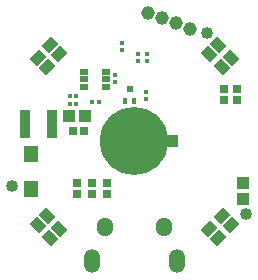
<source format=gbs>
G04 Layer_Color=16711935*
%FSLAX25Y25*%
%MOIN*%
G70*
G01*
G75*
%ADD105R,0.01772X0.01575*%
%ADD111R,0.01654X0.01654*%
%ADD118R,0.01575X0.01772*%
%ADD119R,0.02762X0.02920*%
%ADD120R,0.02920X0.02762*%
%ADD121R,0.01654X0.01654*%
%ADD124O,0.05321X0.06306*%
%ADD125O,0.05223X0.07880*%
%ADD126C,0.03998*%
%ADD127C,0.03600*%
%ADD128C,0.04567*%
%ADD129R,0.01817X0.02369*%
%ADD130R,0.01975X0.02369*%
%ADD131R,0.05124X0.05321*%
%ADD132R,0.02998X0.01975*%
%ADD133R,0.03747X0.09455*%
%ADD134C,0.22700*%
%ADD135R,0.04400X0.04400*%
%ADD136R,0.04337X0.03943*%
G04:AMPARAMS|DCode=137|XSize=43.37mil|YSize=35.5mil|CornerRadius=0mil|HoleSize=0mil|Usage=FLASHONLY|Rotation=45.000|XOffset=0mil|YOffset=0mil|HoleType=Round|Shape=Rectangle|*
%AMROTATEDRECTD137*
4,1,4,-0.00278,-0.02788,-0.02788,-0.00278,0.00278,0.02788,0.02788,0.00278,-0.00278,-0.02788,0.0*
%
%ADD137ROTATEDRECTD137*%

G04:AMPARAMS|DCode=138|XSize=43.37mil|YSize=35.5mil|CornerRadius=0mil|HoleSize=0mil|Usage=FLASHONLY|Rotation=135.000|XOffset=0mil|YOffset=0mil|HoleType=Round|Shape=Rectangle|*
%AMROTATEDRECTD138*
4,1,4,0.02788,-0.00278,0.00278,-0.02788,-0.02788,0.00278,-0.00278,0.02788,0.02788,-0.00278,0.0*
%
%ADD138ROTATEDRECTD138*%

%ADD139R,0.03943X0.04337*%
D105*
X3800Y14119D02*
D03*
Y16481D02*
D03*
X-6400Y22081D02*
D03*
Y19719D02*
D03*
X1100Y29300D02*
D03*
Y26938D02*
D03*
X4400Y29281D02*
D03*
Y26919D02*
D03*
D111*
X-3999Y30622D02*
D03*
Y32827D02*
D03*
D118*
X-14081Y13100D02*
D03*
X-11719D02*
D03*
D119*
X-16789Y3600D02*
D03*
X-20411D02*
D03*
D120*
X29800Y13889D02*
D03*
Y17511D02*
D03*
X-9200Y-17611D02*
D03*
Y-13989D02*
D03*
X-14000Y-17611D02*
D03*
Y-13989D02*
D03*
X-19200Y-17511D02*
D03*
Y-13889D02*
D03*
X34300Y13889D02*
D03*
Y17511D02*
D03*
D121*
X-19300Y15300D02*
D03*
X-21505D02*
D03*
X-19298Y12400D02*
D03*
X-21502D02*
D03*
D124*
X-9843Y-28583D02*
D03*
X9843Y-28386D02*
D03*
D125*
X-14173Y-40000D02*
D03*
X14173Y-39998D02*
D03*
D126*
X37200Y-24200D02*
D03*
X24100Y36300D02*
D03*
X-40700Y-14700D02*
D03*
D127*
X0Y-2500D02*
D03*
D128*
X4617Y42765D02*
D03*
X9315Y41055D02*
D03*
X14014Y39345D02*
D03*
X18712Y37635D02*
D03*
D129*
X75Y13532D02*
D03*
X-3075D02*
D03*
D130*
X-1500Y17469D02*
D03*
D131*
X-34500Y-15709D02*
D03*
Y-4291D02*
D03*
D132*
X-16642Y18141D02*
D03*
Y20700D02*
D03*
Y23259D02*
D03*
X-9358D02*
D03*
Y20700D02*
D03*
Y18141D02*
D03*
D133*
X-27272Y5800D02*
D03*
X-36328D02*
D03*
D134*
X0Y0D02*
D03*
D135*
X12500D02*
D03*
D136*
X36100Y-13942D02*
D03*
Y-19257D02*
D03*
D137*
X29100Y-24924D02*
D03*
X24924Y-29100D02*
D03*
X27987Y-32162D02*
D03*
X32162Y-27986D02*
D03*
X-27987Y32162D02*
D03*
X-32162Y27986D02*
D03*
X-29100Y24924D02*
D03*
X-24924Y29100D02*
D03*
D138*
X-32162Y-27987D02*
D03*
X-27986Y-32162D02*
D03*
X-24924Y-29100D02*
D03*
X-29100Y-24924D02*
D03*
X32162Y27987D02*
D03*
X27986Y32162D02*
D03*
X24924Y29100D02*
D03*
X29100Y24924D02*
D03*
D139*
X-16443Y8500D02*
D03*
X-21757D02*
D03*
M02*

</source>
